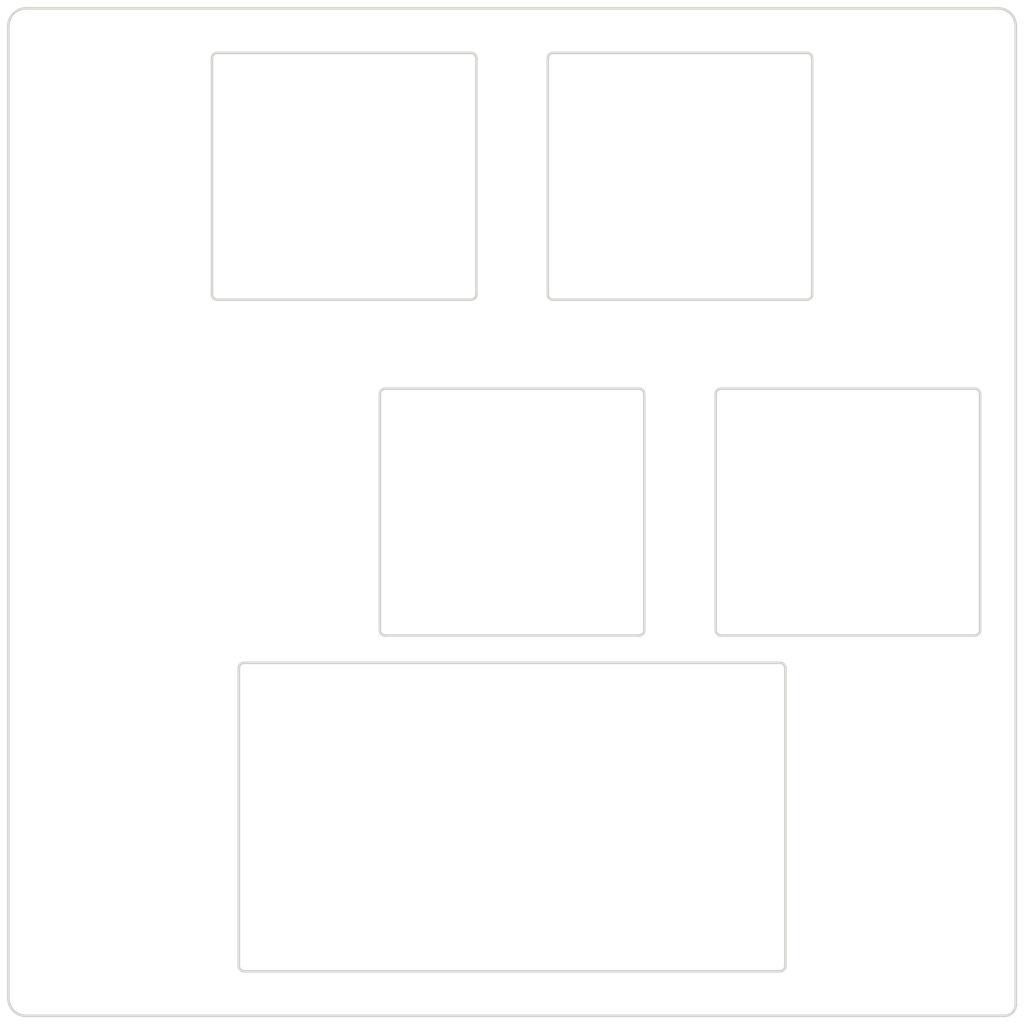
<source format=kicad_pcb>
(kicad_pcb (version 20221018) (generator pcbnew)
  (title_block (title "mfk5 Middle Plate") (date "2023-12-15") (rev "3") (company "@niw"))
  (layers (0 "F.Cu" signal) (31 "B.Cu" signal) (34 "B.Paste" user) (35 "F.Paste" user) (36 "B.SilkS" user "B.Silkscreen") (37 "F.SilkS" user "F.Silkscreen") (38 "B.Mask" user) (39 "F.Mask" user) (44 "Edge.Cuts" user))
  (net 0 "")
  (footprint "" (layer "F.Cu") (at 174.46 95.05)
    (fp_text reference "REF**" hide)
    (fp_text value "" hide)
    (pad "" np_thru_hole circle (at 0 0) (size 2.4 2.4) (drill 2.4) (layers "F&B.Cu" "*.Mask"))
  )
  (footprint "" (layer "F.Cu") (at 121.755 83.465625)
    (fp_text reference "REF**" hide)
    (fp_text value "" hide)
    (pad "" np_thru_hole circle (at 0 0 270) (size 2.4 2.4) (drill 2.4) (layers "F&B.Cu" "*.Mask"))
  )
  (footprint "Gateron_Low_Profile:Gateron_Low_Profile_Middle_Plate" (layer "F.Cu") (at 157.95 85.525)
    (fp_text reference "REF**" hide)
    (fp_text value "Gateron_Low_Profile_Middle_Plate" hide)
    (fp_line (start -7.5 6.7) (end -7.5 -6.7) (stroke (width 0.15)) (layer "Edge.Cuts"))
    (fp_line (start -7.2 -7) (end 7.2 -7) (stroke (width 0.15)) (layer "Edge.Cuts"))
    (fp_line (start 7.2 7) (end -7.2 7) (stroke (width 0.15)) (layer "Edge.Cuts"))
    (fp_line (start 7.5 -6.7) (end 7.5 6.7) (stroke (width 0.15)) (layer "Edge.Cuts"))
    (fp_arc (start -7.5 -6.7) (mid -7.412132 -6.912132) (end -7.2 -7) (stroke (width 0.15)) (layer "Edge.Cuts"))
    (fp_arc (start -7.2 7) (mid -7.412132 6.912132) (end -7.5 6.7) (stroke (width 0.15)) (layer "Edge.Cuts"))
    (fp_arc (start 7.2 -7) (mid 7.412132 -6.912132) (end 7.5 -6.7) (stroke (width 0.15)) (layer "Edge.Cuts"))
    (fp_arc (start 7.5 6.7) (mid 7.412132 6.912132) (end 7.2 7) (stroke (width 0.15)) (layer "Edge.Cuts"))
  )
  (footprint "Gateron_Low_Profile:Gateron_Low_Profile_Middle_Plate" (layer "F.Cu") (at 148.425 104.575)
    (fp_text reference "REF**" hide)
    (fp_text value "Gateron_Low_Profile_Middle_Plate" hide)
    (fp_line (start -7.5 6.7) (end -7.5 -6.7) (stroke (width 0.15)) (layer "Edge.Cuts"))
    (fp_line (start -7.2 -7) (end 7.2 -7) (stroke (width 0.15)) (layer "Edge.Cuts"))
    (fp_line (start 7.2 7) (end -7.2 7) (stroke (width 0.15)) (layer "Edge.Cuts"))
    (fp_line (start 7.5 -6.7) (end 7.5 6.7) (stroke (width 0.15)) (layer "Edge.Cuts"))
    (fp_arc (start -7.5 -6.7) (mid -7.412132 -6.912132) (end -7.2 -7) (stroke (width 0.15)) (layer "Edge.Cuts"))
    (fp_arc (start -7.2 7) (mid -7.412132 6.912132) (end -7.5 6.7) (stroke (width 0.15)) (layer "Edge.Cuts"))
    (fp_arc (start 7.2 -7) (mid 7.412132 -6.912132) (end 7.5 -6.7) (stroke (width 0.15)) (layer "Edge.Cuts"))
    (fp_arc (start 7.5 6.7) (mid 7.412132 6.912132) (end 7.2 7) (stroke (width 0.15)) (layer "Edge.Cuts"))
  )
  (footprint "Gateron_Low_Profile:Gateron_Low_Profile_Middle_Plate" (layer "F.Cu") (at 167.475 104.575)
    (fp_text reference "REF**" hide)
    (fp_text value "Gateron_Low_Profile_Middle_Plate" hide)
    (fp_line (start -7.5 6.7) (end -7.5 -6.7) (stroke (width 0.15)) (layer "Edge.Cuts"))
    (fp_line (start -7.2 -7) (end 7.2 -7) (stroke (width 0.15)) (layer "Edge.Cuts"))
    (fp_line (start 7.2 7) (end -7.2 7) (stroke (width 0.15)) (layer "Edge.Cuts"))
    (fp_line (start 7.5 -6.7) (end 7.5 6.7) (stroke (width 0.15)) (layer "Edge.Cuts"))
    (fp_arc (start -7.5 -6.7) (mid -7.412132 -6.912132) (end -7.2 -7) (stroke (width 0.15)) (layer "Edge.Cuts"))
    (fp_arc (start -7.2 7) (mid -7.412132 6.912132) (end -7.5 6.7) (stroke (width 0.15)) (layer "Edge.Cuts"))
    (fp_arc (start 7.2 -7) (mid 7.412132 -6.912132) (end 7.5 -6.7) (stroke (width 0.15)) (layer "Edge.Cuts"))
    (fp_arc (start 7.5 6.7) (mid 7.412132 6.912132) (end 7.2 7) (stroke (width 0.15)) (layer "Edge.Cuts"))
  )
  (footprint "MountingHole:MountingHole_2.2mm_M2" (layer "F.Cu") (at 121.85 131.15)
    (fp_text reference "REF**" hide)
    (fp_text value "MountingHole_2.2mm_M2" hide)
    (pad "" np_thru_hole circle (at 0 0) (size 2.2 2.2) (drill 2.2) (layers "F&B.Cu" "*.Mask"))
  )
  (footprint "MountingHole:MountingHole_2.2mm_M2" (layer "F.Cu") (at 121.85 78)
    (fp_text reference "REF**" hide)
    (fp_text value "MountingHole_2.2mm_M2" hide)
    (pad "" np_thru_hole circle (at 0 0) (size 2.2 2.2) (drill 2.2) (layers "F&B.Cu" "*.Mask"))
  )
  (footprint "" (layer "F.Cu") (at 174.46 84.89)
    (fp_text reference "REF**" hide)
    (fp_text value "" hide)
    (pad "" np_thru_hole circle (at 0 0) (size 2.1 2.1) (drill 2.1) (layers "F&B.Cu" "*.Mask"))
  )
  (footprint "" (layer "F.Cu") (at 126.63 116.92375)
    (fp_text reference "REF**" hide)
    (fp_text value "" hide)
    (pad "" np_thru_hole oval (at 0 0 90) (size 1.4 2.5) (drill oval 1.4 2.5) (layers "F&B.Cu" "*.Mask"))
  )
  (footprint "" (layer "F.Cu") (at 174.46 92.51)
    (fp_text reference "REF**" hide)
    (fp_text value "" hide)
    (pad "" np_thru_hole circle (at 0 0) (size 2.1 2.1) (drill 2.1) (layers "F&B.Cu" "*.Mask"))
  )
  (footprint "" (layer "F.Cu") (at 121.755 89.965625)
    (fp_text reference "REF**" hide)
    (fp_text value "" hide)
    (pad "" np_thru_hole circle (at 0 0 270) (size 2.4 2.4) (drill 2.4) (layers "F&B.Cu" "*.Mask"))
  )
  (footprint "" (layer "F.Cu") (at 122.45 116.92375)
    (fp_text reference "REF**" hide)
    (fp_text value "" hide)
    (pad "" np_thru_hole oval (at 0 0 90) (size 1.4 2) (drill oval 1.4 2) (layers "F&B.Cu" "*.Mask"))
  )
  (footprint "" (layer "F.Cu") (at 126.63 125.56375)
    (fp_text reference "REF**" hide)
    (fp_text value "" hide)
    (pad "" np_thru_hole oval (at 0 0 90) (size 1.4 2.5) (drill oval 1.4 2.5) (layers "F&B.Cu" "*.Mask"))
  )
  (footprint "" (layer "F.Cu") (at 170.775 118.8625)
    (fp_text reference "REF**" hide)
    (fp_text value "" hide)
    (pad "" np_thru_hole oval (at 0 0 90) (size 2 2.4) (drill oval 2 2.4) (layers "F&B.Cu" "*.Mask"))
  )
  (footprint "" (layer "F.Cu") (at 122.45 125.56375)
    (fp_text reference "REF**" hide)
    (fp_text value "" hide)
    (pad "" np_thru_hole oval (at 0 0 90) (size 1.4 2) (drill oval 1.4 2) (layers "F&B.Cu" "*.Mask"))
  )
  (footprint "Gateron_Low_Profile:Gateron_Low_Profile_Middle_Plate_Stabilizer_2U" (layer "F.Cu") (at 148.425 123.625)
    (fp_text reference "REF**" hide)
    (fp_text value "Gateron_Low_Profile_Top_Plate_1" hide)
    (fp_line (start -15.5 6.7) (end -15.5 -10.2) (stroke (width 0.15)) (layer "Edge.Cuts"))
    (fp_line (start -15.2 -10.5) (end 15.2 -10.5) (stroke (width 0.15)) (layer "Edge.Cuts"))
    (fp_line (start 15.2 7) (end -15.2 7) (stroke (width 0.15)) (layer "Edge.Cuts"))
    (fp_line (start 15.5 -10.2) (end 15.5 6.7) (stroke (width 0.15)) (layer "Edge.Cuts"))
    (fp_arc (start -15.5 -10.2) (mid -15.412132 -10.412132) (end -15.2 -10.5) (stroke (width 0.15)) (layer "Edge.Cuts"))
    (fp_arc (start -15.2 7) (mid -15.412132 6.912132) (end -15.5 6.7) (stroke (width 0.15)) (layer "Edge.Cuts"))
    (fp_arc (start 15.2 -10.5) (mid 15.412132 -10.412132) (end 15.5 -10.2) (stroke (width 0.15)) (layer "Edge.Cuts"))
    (fp_arc (start 15.5 6.7) (mid 15.412132 6.912132) (end 15.2 7) (stroke (width 0.15)) (layer "Edge.Cuts"))
  )
  (footprint "" (layer "F.Cu") (at 174.46 89.97)
    (fp_text reference "REF**" hide)
    (fp_text value "" hide)
    (pad "" np_thru_hole circle (at 0 0) (size 2.1 2.1) (drill 2.1) (layers "F&B.Cu" "*.Mask"))
  )
  (footprint "" (layer "F.Cu") (at 174.46 87.43)
    (fp_text reference "REF**" hide)
    (fp_text value "" hide)
    (pad "" np_thru_hole circle (at 0 0) (size 2.1 2.1) (drill 2.1) (layers "F&B.Cu" "*.Mask"))
  )
  (footprint "" (layer "F.Cu") (at 166.775 118.8625)
    (fp_text reference "REF**" hide)
    (fp_text value "" hide)
    (pad "" np_thru_hole oval (at 0 0 90) (size 2 2.4) (drill oval 2 2.4) (layers "F&B.Cu" "*.Mask"))
  )
  (footprint "MountingHole:MountingHole_2.2mm_M2" (layer "F.Cu") (at 175 78)
    (fp_text reference "REF**" hide)
    (fp_text value "MountingHole_2.2mm_M2" hide)
    (pad "" np_thru_hole circle (at 0 0) (size 2.2 2.2) (drill 2.2) (layers "F&B.Cu" "*.Mask"))
  )
  (footprint "" (layer "F.Cu") (at 165.575 123.6625)
    (fp_text reference "REF**" hide)
    (fp_text value "" hide)
    (pad "" np_thru_hole oval (at 0 0 90) (size 2 2.4) (drill oval 2 2.4) (layers "F&B.Cu" "*.Mask"))
  )
  (footprint "Gateron_Low_Profile:Gateron_Low_Profile_Middle_Plate" (layer "F.Cu") (at 138.9 85.525)
    (fp_text reference "REF**" hide)
    (fp_text value "Gateron_Low_Profile_Middle_Plate" hide)
    (fp_line (start -7.5 6.7) (end -7.5 -6.7) (stroke (width 0.15)) (layer "Edge.Cuts"))
    (fp_line (start -7.2 -7) (end 7.2 -7) (stroke (width 0.15)) (layer "Edge.Cuts"))
    (fp_line (start 7.2 7) (end -7.2 7) (stroke (width 0.15)) (layer "Edge.Cuts"))
    (fp_line (start 7.5 -6.7) (end 7.5 6.7) (stroke (width 0.15)) (layer "Edge.Cuts"))
    (fp_arc (start -7.5 -6.7) (mid -7.412132 -6.912132) (end -7.2 -7) (stroke (width 0.15)) (layer "Edge.Cuts"))
    (fp_arc (start -7.2 7) (mid -7.412132 6.912132) (end -7.5 6.7) (stroke (width 0.15)) (layer "Edge.Cuts"))
    (fp_arc (start 7.2 -7) (mid 7.412132 -6.912132) (end 7.5 -6.7) (stroke (width 0.15)) (layer "Edge.Cuts"))
    (fp_arc (start 7.5 6.7) (mid 7.412132 6.912132) (end 7.2 7) (stroke (width 0.15)) (layer "Edge.Cuts"))
  )
  (footprint "" (layer "F.Cu") (at 174.46 82.35)
    (fp_text reference "REF**" hide)
    (fp_text value "" hide)
    (pad "" np_thru_hole circle (at 0 0) (size 2.1 2.1) (drill 2.1) (layers "F&B.Cu" "*.Mask"))
  )
  (footprint "" (layer "F.Cu") (at 173.775 118.8625)
    (fp_text reference "REF**" hide)
    (fp_text value "" hide)
    (pad "" np_thru_hole oval (at 0 0 90) (size 2 2.4) (drill oval 2 2.4) (layers "F&B.Cu" "*.Mask"))
  )
  (footprint "MountingHole:MountingHole_2.2mm_M2" (layer "F.Cu") (at 175 131.15)
    (fp_text reference "REF**" hide)
    (fp_text value "MountingHole_2.2mm_M2" hide)
    (pad "" np_thru_hole circle (at 0 0) (size 2.2 2.2) (drill 2.2) (layers "F&B.Cu" "*.Mask"))
  )
  (gr_line (start 120.85 76) (end 176 76) (stroke (width 0.15)) (layer "Edge.Cuts"))
  (gr_line (start 177 77) (end 177 132.515) (stroke (width 0.15)) (layer "Edge.Cuts"))
  (gr_arc (start 176 76) (mid 176.707107 76.292893) (end 177 77) (stroke (width 0.15)) (layer "Edge.Cuts"))
  (gr_arc (start 177 132.515) (mid 176.814013 132.964013) (end 176.365 133.15) (stroke (width 0.15)) (layer "Edge.Cuts"))
  (gr_arc (start 119.85 77) (mid 120.142893 76.292893) (end 120.85 76) (stroke (width 0.15)) (layer "Edge.Cuts"))
  (gr_arc (start 120.85 133.15) (mid 120.142893 132.857107) (end 119.85 132.15) (stroke (width 0.15)) (layer "Edge.Cuts"))
  (gr_line (start 119.85 132.15) (end 119.85 77) (stroke (width 0.15)) (layer "Edge.Cuts"))
  (gr_line (start 176.365 133.15) (end 120.85 133.15) (stroke (width 0.15)) (layer "Edge.Cuts"))
)
</source>
